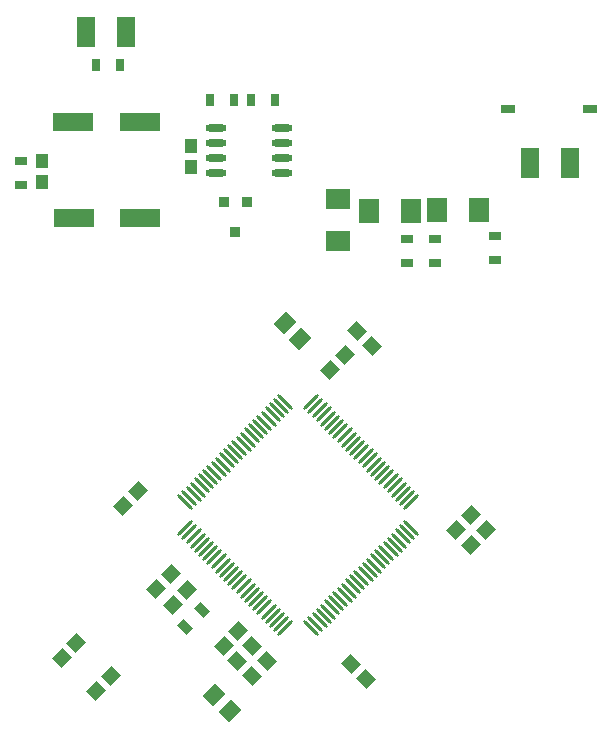
<source format=gtp>
G04*
G04 #@! TF.GenerationSoftware,Altium Limited,Altium Designer,20.1.12 (249)*
G04*
G04 Layer_Color=8421504*
%FSTAX24Y24*%
%MOIN*%
G70*
G04*
G04 #@! TF.SameCoordinates,A4519483-63F0-4905-8E8D-142606AE7E66*
G04*
G04*
G04 #@! TF.FilePolarity,Positive*
G04*
G01*
G75*
G04:AMPARAMS|DCode=24|XSize=11.8mil|YSize=70.9mil|CornerRadius=0mil|HoleSize=0mil|Usage=FLASHONLY|Rotation=135.000|XOffset=0mil|YOffset=0mil|HoleType=Round|Shape=Round|*
%AMOVALD24*
21,1,0.0591,0.0118,0.0000,0.0000,225.0*
1,1,0.0118,0.0209,0.0209*
1,1,0.0118,-0.0209,-0.0209*
%
%ADD24OVALD24*%

G04:AMPARAMS|DCode=25|XSize=11.8mil|YSize=70.9mil|CornerRadius=0mil|HoleSize=0mil|Usage=FLASHONLY|Rotation=45.000|XOffset=0mil|YOffset=0mil|HoleType=Round|Shape=Round|*
%AMOVALD25*
21,1,0.0591,0.0118,0.0000,0.0000,135.0*
1,1,0.0118,0.0209,-0.0209*
1,1,0.0118,-0.0209,0.0209*
%
%ADD25OVALD25*%

%ADD26R,0.1378X0.0630*%
%ADD27R,0.0472X0.0315*%
%ADD28R,0.0315X0.0433*%
%ADD29R,0.0650X0.0800*%
G04:AMPARAMS|DCode=30|XSize=51.2mil|YSize=59.1mil|CornerRadius=0mil|HoleSize=0mil|Usage=FLASHONLY|Rotation=135.000|XOffset=0mil|YOffset=0mil|HoleType=Round|Shape=Rectangle|*
%AMROTATEDRECTD30*
4,1,4,0.0390,0.0028,-0.0028,-0.0390,-0.0390,-0.0028,0.0028,0.0390,0.0390,0.0028,0.0*
%
%ADD30ROTATEDRECTD30*%

%ADD31R,0.0354X0.0374*%
%ADD32R,0.0433X0.0472*%
%ADD33O,0.0709X0.0236*%
%ADD34R,0.0800X0.0650*%
G04:AMPARAMS|DCode=35|XSize=43.3mil|YSize=47.2mil|CornerRadius=0mil|HoleSize=0mil|Usage=FLASHONLY|Rotation=315.000|XOffset=0mil|YOffset=0mil|HoleType=Round|Shape=Rectangle|*
%AMROTATEDRECTD35*
4,1,4,-0.0320,-0.0014,0.0014,0.0320,0.0320,0.0014,-0.0014,-0.0320,-0.0320,-0.0014,0.0*
%
%ADD35ROTATEDRECTD35*%

%ADD36R,0.0433X0.0315*%
G04:AMPARAMS|DCode=37|XSize=31.5mil|YSize=43.3mil|CornerRadius=0mil|HoleSize=0mil|Usage=FLASHONLY|Rotation=225.000|XOffset=0mil|YOffset=0mil|HoleType=Round|Shape=Rectangle|*
%AMROTATEDRECTD37*
4,1,4,-0.0042,0.0264,0.0264,-0.0042,0.0042,-0.0264,-0.0264,0.0042,-0.0042,0.0264,0.0*
%
%ADD37ROTATEDRECTD37*%

G04:AMPARAMS|DCode=38|XSize=43.3mil|YSize=47.2mil|CornerRadius=0mil|HoleSize=0mil|Usage=FLASHONLY|Rotation=225.000|XOffset=0mil|YOffset=0mil|HoleType=Round|Shape=Rectangle|*
%AMROTATEDRECTD38*
4,1,4,-0.0014,0.0320,0.0320,-0.0014,0.0014,-0.0320,-0.0320,0.0014,-0.0014,0.0320,0.0*
%
%ADD38ROTATEDRECTD38*%

%ADD39R,0.0600X0.1000*%
D24*
X031669Y031373D02*
D03*
X031808Y031234D02*
D03*
X031948Y031095D02*
D03*
X032087Y030956D02*
D03*
X032226Y030817D02*
D03*
X032365Y030677D02*
D03*
X032504Y030538D02*
D03*
X032644Y030399D02*
D03*
X032783Y03026D02*
D03*
X032922Y030121D02*
D03*
X033061Y029982D02*
D03*
X0332Y029842D02*
D03*
X03334Y029703D02*
D03*
X033479Y029564D02*
D03*
X033618Y029425D02*
D03*
X033757Y029286D02*
D03*
X033896Y029146D02*
D03*
X034036Y029007D02*
D03*
X034175Y028868D02*
D03*
X034314Y028729D02*
D03*
X034453Y02859D02*
D03*
X034592Y02845D02*
D03*
X034732Y028311D02*
D03*
X034871Y028172D02*
D03*
X03501Y028033D02*
D03*
X039214Y032236D02*
D03*
X039074Y032376D02*
D03*
X038935Y032515D02*
D03*
X038796Y032654D02*
D03*
X038657Y032793D02*
D03*
X038518Y032932D02*
D03*
X038378Y033072D02*
D03*
X038239Y033211D02*
D03*
X0381Y03335D02*
D03*
X037961Y033489D02*
D03*
X037822Y033628D02*
D03*
X037682Y033768D02*
D03*
X037543Y033907D02*
D03*
X037404Y034046D02*
D03*
X037265Y034185D02*
D03*
X037126Y034324D02*
D03*
X036986Y034464D02*
D03*
X036847Y034603D02*
D03*
X036708Y034742D02*
D03*
X036569Y034881D02*
D03*
X03643Y03502D02*
D03*
X03629Y03516D02*
D03*
X036151Y035299D02*
D03*
X036012Y035438D02*
D03*
X035873Y035577D02*
D03*
D25*
Y028033D02*
D03*
X036012Y028172D02*
D03*
X036151Y028311D02*
D03*
X03629Y02845D02*
D03*
X03643Y02859D02*
D03*
X036569Y028729D02*
D03*
X036708Y028868D02*
D03*
X036847Y029007D02*
D03*
X036986Y029146D02*
D03*
X037126Y029286D02*
D03*
X037265Y029425D02*
D03*
X037404Y029564D02*
D03*
X037543Y029703D02*
D03*
X037682Y029842D02*
D03*
X037822Y029982D02*
D03*
X037961Y030121D02*
D03*
X0381Y03026D02*
D03*
X038239Y030399D02*
D03*
X038378Y030538D02*
D03*
X038518Y030677D02*
D03*
X038657Y030817D02*
D03*
X038796Y030956D02*
D03*
X038935Y031095D02*
D03*
X039074Y031234D02*
D03*
X039214Y031373D02*
D03*
X03501Y035577D02*
D03*
X034871Y035438D02*
D03*
X034732Y035299D02*
D03*
X034592Y03516D02*
D03*
X034453Y03502D02*
D03*
X034314Y034881D02*
D03*
X034175Y034742D02*
D03*
X034036Y034603D02*
D03*
X033896Y034464D02*
D03*
X033757Y034324D02*
D03*
X033618Y034185D02*
D03*
X033479Y034046D02*
D03*
X03334Y033907D02*
D03*
X0332Y033768D02*
D03*
X033061Y033628D02*
D03*
X032922Y033489D02*
D03*
X032783Y03335D02*
D03*
X032644Y033211D02*
D03*
X032504Y033072D02*
D03*
X032365Y032932D02*
D03*
X032226Y032793D02*
D03*
X032087Y032654D02*
D03*
X031948Y032515D02*
D03*
X031808Y032376D02*
D03*
X031669Y032236D02*
D03*
D26*
X03015Y0449D02*
D03*
X027945D02*
D03*
X030155Y0417D02*
D03*
X02795D02*
D03*
D27*
X042422Y04535D02*
D03*
X045178D02*
D03*
D28*
X03385Y04565D02*
D03*
X03465D02*
D03*
X0325D02*
D03*
X0333D02*
D03*
X0295Y0468D02*
D03*
X0287D02*
D03*
D29*
X0392Y04195D02*
D03*
X0378Y04195D02*
D03*
X04005Y041975D02*
D03*
X04145D02*
D03*
D30*
X032636Y025814D02*
D03*
X033164Y025286D02*
D03*
X035514Y037686D02*
D03*
X034986Y038214D02*
D03*
D31*
X032967Y042242D02*
D03*
X033343Y041258D02*
D03*
X033717Y042242D02*
D03*
D32*
X03185Y0441D02*
D03*
Y0434D02*
D03*
X0269Y0436D02*
D03*
Y0429D02*
D03*
D33*
X034912Y0432D02*
D03*
Y0437D02*
D03*
Y0442D02*
D03*
Y0447D02*
D03*
X032688Y0432D02*
D03*
Y0437D02*
D03*
Y0442D02*
D03*
Y0447D02*
D03*
D34*
X03675Y04235D02*
D03*
X03675Y04095D02*
D03*
D35*
X036503Y036653D02*
D03*
X036997Y037147D02*
D03*
X031747Y029297D02*
D03*
X031253Y028803D02*
D03*
X033447Y027947D02*
D03*
X032953Y027453D02*
D03*
X028703Y025953D02*
D03*
X029197Y026447D02*
D03*
X027553Y027053D02*
D03*
X028047Y027547D02*
D03*
X031195Y029845D02*
D03*
X0307Y02935D02*
D03*
X029603Y032103D02*
D03*
X030097Y032597D02*
D03*
X040703Y031303D02*
D03*
X041197Y031797D02*
D03*
X0417Y0313D02*
D03*
X041205Y030805D02*
D03*
D36*
X042Y0403D02*
D03*
Y0411D02*
D03*
X0262Y0436D02*
D03*
Y0428D02*
D03*
X03905Y0402D02*
D03*
Y041D02*
D03*
X04Y0402D02*
D03*
Y041D02*
D03*
D37*
X032233Y028633D02*
D03*
X031667Y028067D02*
D03*
D38*
X033903Y027447D02*
D03*
X034397Y026953D02*
D03*
X0334Y02695D02*
D03*
X033895Y026455D02*
D03*
X037203Y026847D02*
D03*
X037697Y026353D02*
D03*
X037403Y037947D02*
D03*
X037897Y037453D02*
D03*
D39*
X02835Y0479D02*
D03*
X0297D02*
D03*
X0445Y04355D02*
D03*
X04315D02*
D03*
M02*

</source>
